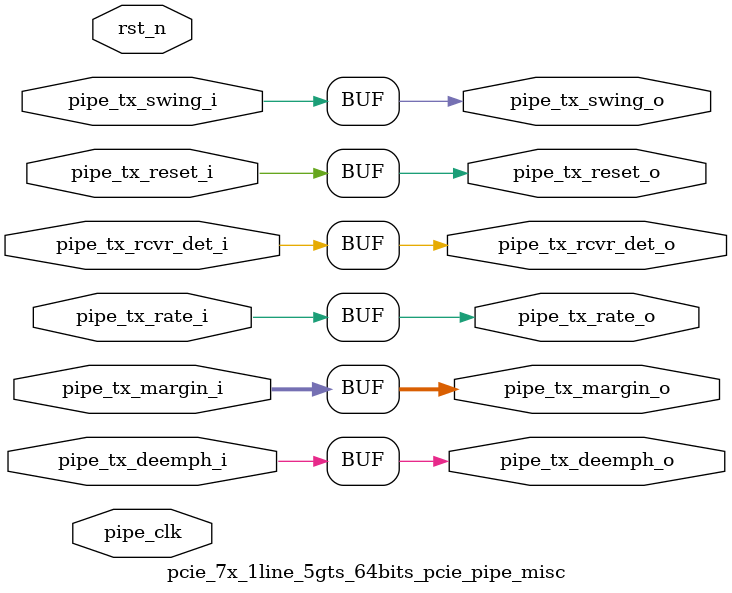
<source format=v>


`timescale 1ps/1ps

(* DowngradeIPIdentifiedWarnings = "yes" *)
module pcie_7x_1line_5gts_64bits_pcie_pipe_misc #
(
    parameter        PIPE_PIPELINE_STAGES = 0,    // 0 - 0 stages, 1 - 1 stage, 2 - 2 stages
    parameter TCQ  = 1 // synthesis warning solved: parameter declaration becomes local
)
(

    input   wire        pipe_tx_rcvr_det_i       ,     // PIPE Tx Receiver Detect
    input   wire        pipe_tx_reset_i          ,     // PIPE Tx Reset
    input   wire        pipe_tx_rate_i           ,     // PIPE Tx Rate
    input   wire        pipe_tx_deemph_i         ,     // PIPE Tx Deemphasis
    input   wire [2:0]  pipe_tx_margin_i         ,     // PIPE Tx Margin
    input   wire        pipe_tx_swing_i          ,     // PIPE Tx Swing

    output  wire        pipe_tx_rcvr_det_o       ,     // Pipelined PIPE Tx Receiver Detect
    output  wire        pipe_tx_reset_o          ,     // Pipelined PIPE Tx Reset
    output  wire        pipe_tx_rate_o           ,     // Pipelined PIPE Tx Rate
    output  wire        pipe_tx_deemph_o         ,     // Pipelined PIPE Tx Deemphasis
    output  wire [2:0]  pipe_tx_margin_o         ,     // Pipelined PIPE Tx Margin
    output  wire        pipe_tx_swing_o          ,     // Pipelined PIPE Tx Swing

    input   wire        pipe_clk                ,      // PIPE Clock
    input   wire        rst_n                          // Reset
);

//******************************************************************//
// Reality check.                                                   //
//******************************************************************//

//    parameter TCQ  = 1;      // clock to out delay model

    generate

    if (PIPE_PIPELINE_STAGES == 0) begin : pipe_stages_0

        assign pipe_tx_rcvr_det_o = pipe_tx_rcvr_det_i;
        assign pipe_tx_reset_o  = pipe_tx_reset_i;
        assign pipe_tx_rate_o = pipe_tx_rate_i;
        assign pipe_tx_deemph_o = pipe_tx_deemph_i;
        assign pipe_tx_margin_o = pipe_tx_margin_i;
        assign pipe_tx_swing_o = pipe_tx_swing_i;

    end // if (PIPE_PIPELINE_STAGES == 0)
    else if (PIPE_PIPELINE_STAGES == 1) begin : pipe_stages_1

    reg                pipe_tx_rcvr_det_q       ;
    reg                pipe_tx_reset_q          ;
    reg                pipe_tx_rate_q           ;
    reg                pipe_tx_deemph_q         ;
    reg [2:0]          pipe_tx_margin_q         ;
    reg                pipe_tx_swing_q          ;

        always @(posedge pipe_clk) begin

        if (rst_n)
        begin

            pipe_tx_rcvr_det_q <= #TCQ 0;
            pipe_tx_reset_q  <= #TCQ 1'b1;
            pipe_tx_rate_q <= #TCQ 0;
            pipe_tx_deemph_q <= #TCQ 1'b1;
            pipe_tx_margin_q <= #TCQ 0;
            pipe_tx_swing_q <= #TCQ 0;

        end
        else
        begin

            pipe_tx_rcvr_det_q <= #TCQ pipe_tx_rcvr_det_i;
            pipe_tx_reset_q  <= #TCQ pipe_tx_reset_i;
            pipe_tx_rate_q <= #TCQ pipe_tx_rate_i;
            pipe_tx_deemph_q <= #TCQ pipe_tx_deemph_i;
            pipe_tx_margin_q <= #TCQ pipe_tx_margin_i;
            pipe_tx_swing_q <= #TCQ pipe_tx_swing_i;

          end

        end

        assign pipe_tx_rcvr_det_o = pipe_tx_rcvr_det_q;
        assign pipe_tx_reset_o  = pipe_tx_reset_q;
        assign pipe_tx_rate_o = pipe_tx_rate_q;
        assign pipe_tx_deemph_o = pipe_tx_deemph_q;
        assign pipe_tx_margin_o = pipe_tx_margin_q;
        assign pipe_tx_swing_o = pipe_tx_swing_q;

    end // if (PIPE_PIPELINE_STAGES == 1)
    else if (PIPE_PIPELINE_STAGES == 2) begin : pipe_stages_2

    reg                pipe_tx_rcvr_det_q       ;
    reg                pipe_tx_reset_q          ;
    reg                pipe_tx_rate_q           ;
    reg                pipe_tx_deemph_q         ;
    reg [2:0]          pipe_tx_margin_q         ;
    reg                pipe_tx_swing_q          ;

    reg                pipe_tx_rcvr_det_qq      ;
    reg                pipe_tx_reset_qq         ;
    reg                pipe_tx_rate_qq          ;
    reg                pipe_tx_deemph_qq        ;
    reg [2:0]          pipe_tx_margin_qq        ;
    reg                pipe_tx_swing_qq         ;

        always @(posedge pipe_clk) begin

        if (rst_n)
        begin

            pipe_tx_rcvr_det_q <= #TCQ 0;
            pipe_tx_reset_q  <= #TCQ 1'b1;
            pipe_tx_rate_q <= #TCQ 0;
            pipe_tx_deemph_q <= #TCQ 1'b1;
            pipe_tx_margin_q <= #TCQ 0;
            pipe_tx_swing_q <= #TCQ 0;

            pipe_tx_rcvr_det_qq <= #TCQ 0;
            pipe_tx_reset_qq  <= #TCQ 1'b1;
            pipe_tx_rate_qq <= #TCQ 0;
            pipe_tx_deemph_qq <= #TCQ 1'b1;
            pipe_tx_margin_qq <= #TCQ 0;
            pipe_tx_swing_qq <= #TCQ 0;

        end
        else
        begin

            pipe_tx_rcvr_det_q <= #TCQ pipe_tx_rcvr_det_i;
            pipe_tx_reset_q  <= #TCQ pipe_tx_reset_i;
            pipe_tx_rate_q <= #TCQ pipe_tx_rate_i;
            pipe_tx_deemph_q <= #TCQ pipe_tx_deemph_i;
            pipe_tx_margin_q <= #TCQ pipe_tx_margin_i;
            pipe_tx_swing_q <= #TCQ pipe_tx_swing_i;

            pipe_tx_rcvr_det_qq <= #TCQ pipe_tx_rcvr_det_q;
            pipe_tx_reset_qq  <= #TCQ pipe_tx_reset_q;
            pipe_tx_rate_qq <= #TCQ pipe_tx_rate_q;
            pipe_tx_deemph_qq <= #TCQ pipe_tx_deemph_q;
            pipe_tx_margin_qq <= #TCQ pipe_tx_margin_q;
            pipe_tx_swing_qq <= #TCQ pipe_tx_swing_q;

          end

        end

        assign pipe_tx_rcvr_det_o = pipe_tx_rcvr_det_qq;
        assign pipe_tx_reset_o  = pipe_tx_reset_qq;
        assign pipe_tx_rate_o = pipe_tx_rate_qq;
        assign pipe_tx_deemph_o = pipe_tx_deemph_qq;
        assign pipe_tx_margin_o = pipe_tx_margin_qq;
        assign pipe_tx_swing_o = pipe_tx_swing_qq;

    end // if (PIPE_PIPELINE_STAGES == 2)

    endgenerate

endmodule


</source>
